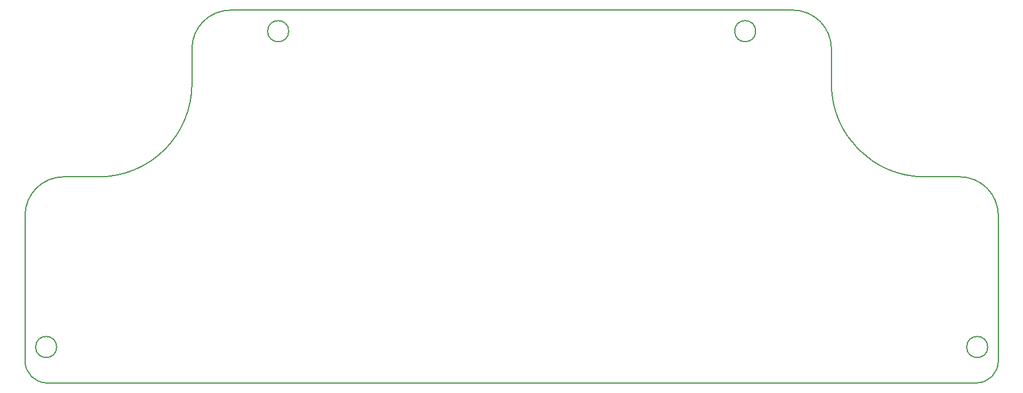
<source format=gbr>
%TF.GenerationSoftware,KiCad,Pcbnew,9.0.0*%
%TF.CreationDate,2025-02-23T12:00:01-08:00*%
%TF.ProjectId,four_way_rotator,666f7572-5f77-4617-995f-726f7461746f,rev?*%
%TF.SameCoordinates,Original*%
%TF.FileFunction,Profile,NP*%
%FSLAX46Y46*%
G04 Gerber Fmt 4.6, Leading zero omitted, Abs format (unit mm)*
G04 Created by KiCad (PCBNEW 9.0.0) date 2025-02-23 12:00:01*
%MOMM*%
%LPD*%
G01*
G04 APERTURE LIST*
%TA.AperFunction,Profile*%
%ADD10C,0.200000*%
%TD*%
G04 APERTURE END LIST*
D10*
X216048000Y-78912000D02*
G75*
G02*
X202586000Y-65450000I0J13462000D01*
G01*
X110130000Y-60370000D02*
X110130000Y-65449998D01*
X196998000Y-54782000D02*
G75*
G02*
X202586000Y-60370000I0J-5588000D01*
G01*
X226716000Y-105582000D02*
G75*
G02*
X223541000Y-108757000I-3175000J0D01*
G01*
X221128000Y-78912000D02*
G75*
G02*
X226716000Y-84500000I0J-5588000D01*
G01*
X89175000Y-108757000D02*
G75*
G02*
X86000000Y-105582000I0J3175000D01*
G01*
X110130000Y-65449998D02*
G75*
G02*
X96667998Y-78912000I-13462000J-2D01*
G01*
X110130000Y-60370000D02*
G75*
G02*
X115718000Y-54782000I5588000J0D01*
G01*
X96667998Y-78912000D02*
X91588000Y-78912000D01*
X196998000Y-54782000D02*
X115718000Y-54782000D01*
X90572000Y-103550000D02*
G75*
G02*
X87524000Y-103550000I-1524000J0D01*
G01*
X87524000Y-103550000D02*
G75*
G02*
X90572000Y-103550000I1524000J0D01*
G01*
X202586000Y-60370000D02*
X202586000Y-65450000D01*
X216048000Y-78912000D02*
X221128000Y-78912000D01*
X86000000Y-84500000D02*
X86000000Y-105582000D01*
X191641871Y-57830000D02*
G75*
G02*
X188593871Y-57830000I-1524000J0D01*
G01*
X188593871Y-57830000D02*
G75*
G02*
X191641871Y-57830000I1524000J0D01*
G01*
X225192000Y-103550000D02*
G75*
G02*
X222144000Y-103550000I-1524000J0D01*
G01*
X222144000Y-103550000D02*
G75*
G02*
X225192000Y-103550000I1524000J0D01*
G01*
X124122129Y-57830000D02*
G75*
G02*
X121074129Y-57830000I-1524000J0D01*
G01*
X121074129Y-57830000D02*
G75*
G02*
X124122129Y-57830000I1524000J0D01*
G01*
X226716000Y-84500000D02*
X226716000Y-105582000D01*
X86000000Y-84500000D02*
G75*
G02*
X91588000Y-78912000I5588000J0D01*
G01*
X89175000Y-108757000D02*
X223541000Y-108757000D01*
M02*

</source>
